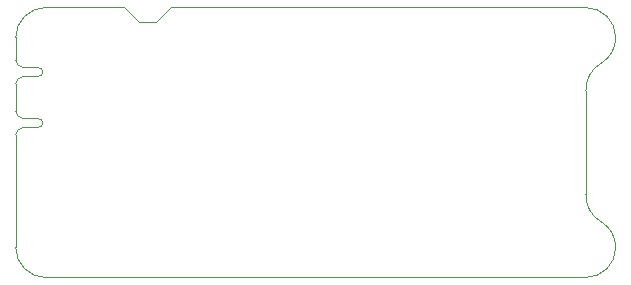
<source format=gbr>
%TF.GenerationSoftware,KiCad,Pcbnew,7.0.6*%
%TF.CreationDate,2023-11-02T08:43:42-04:00*%
%TF.ProjectId,destinationWeatherStation_v5,64657374-696e-4617-9469-6f6e57656174,01*%
%TF.SameCoordinates,Original*%
%TF.FileFunction,Profile,NP*%
%FSLAX46Y46*%
G04 Gerber Fmt 4.6, Leading zero omitted, Abs format (unit mm)*
G04 Created by KiCad (PCBNEW 7.0.6) date 2023-11-02 08:43:42*
%MOMM*%
%LPD*%
G01*
G04 APERTURE LIST*
%TA.AperFunction,Profile*%
%ADD10C,0.120000*%
%TD*%
G04 APERTURE END LIST*
D10*
X114935000Y-101600000D02*
X116205000Y-101600000D01*
X116205000Y-105918000D02*
X114935000Y-105918000D01*
X162575435Y-112344287D02*
G75*
G03*
X163836656Y-114644151I2537865J-104013D01*
G01*
X114300000Y-107315000D02*
X114300000Y-116840000D01*
X114300000Y-105283000D02*
G75*
G03*
X114935000Y-105918000I635000J0D01*
G01*
X116205000Y-102362000D02*
X114935000Y-102362000D01*
X116840000Y-119380000D02*
X162560000Y-119380000D01*
X165100000Y-99060000D02*
G75*
G03*
X162560000Y-96520000I-2540000J0D01*
G01*
X165099999Y-116840000D02*
G75*
G03*
X163836656Y-114644153I-2539999J0D01*
G01*
X114300000Y-100965000D02*
G75*
G03*
X114935000Y-101600000I635000J0D01*
G01*
X124710000Y-97790000D02*
X126210000Y-97790000D01*
X127480000Y-96520000D02*
X162560000Y-96520000D01*
X124710000Y-97790000D02*
X123440000Y-96520000D01*
X162560000Y-119380000D02*
G75*
G03*
X165100000Y-116840000I0J2540000D01*
G01*
X114935000Y-106680000D02*
G75*
G03*
X114300000Y-107315000I0J-635000D01*
G01*
X116205000Y-102362000D02*
G75*
G03*
X116205000Y-101600000I0J381000D01*
G01*
X114935000Y-106680000D02*
X116205000Y-106680000D01*
X114300000Y-116840000D02*
G75*
G03*
X116840000Y-119380000I2540000J0D01*
G01*
X126210000Y-97790000D02*
X127480000Y-96520000D01*
X114300000Y-102997000D02*
X114300000Y-105283000D01*
X114300000Y-99060000D02*
X114300000Y-100965000D01*
X114935000Y-102362000D02*
G75*
G03*
X114300000Y-102997000I0J-635000D01*
G01*
X162575444Y-103555713D02*
X162575444Y-112344287D01*
X116205000Y-106680000D02*
G75*
G03*
X116205000Y-105918000I0J381000D01*
G01*
X163836661Y-101255858D02*
G75*
G03*
X162575445Y-103555713I1276639J-2195842D01*
G01*
X116840000Y-96520000D02*
G75*
G03*
X114300000Y-99060000I0J-2540000D01*
G01*
X163836656Y-101255848D02*
G75*
G03*
X165100000Y-99060000I-1276656J2195848D01*
G01*
X116840000Y-96520000D02*
X123440000Y-96520000D01*
M02*

</source>
